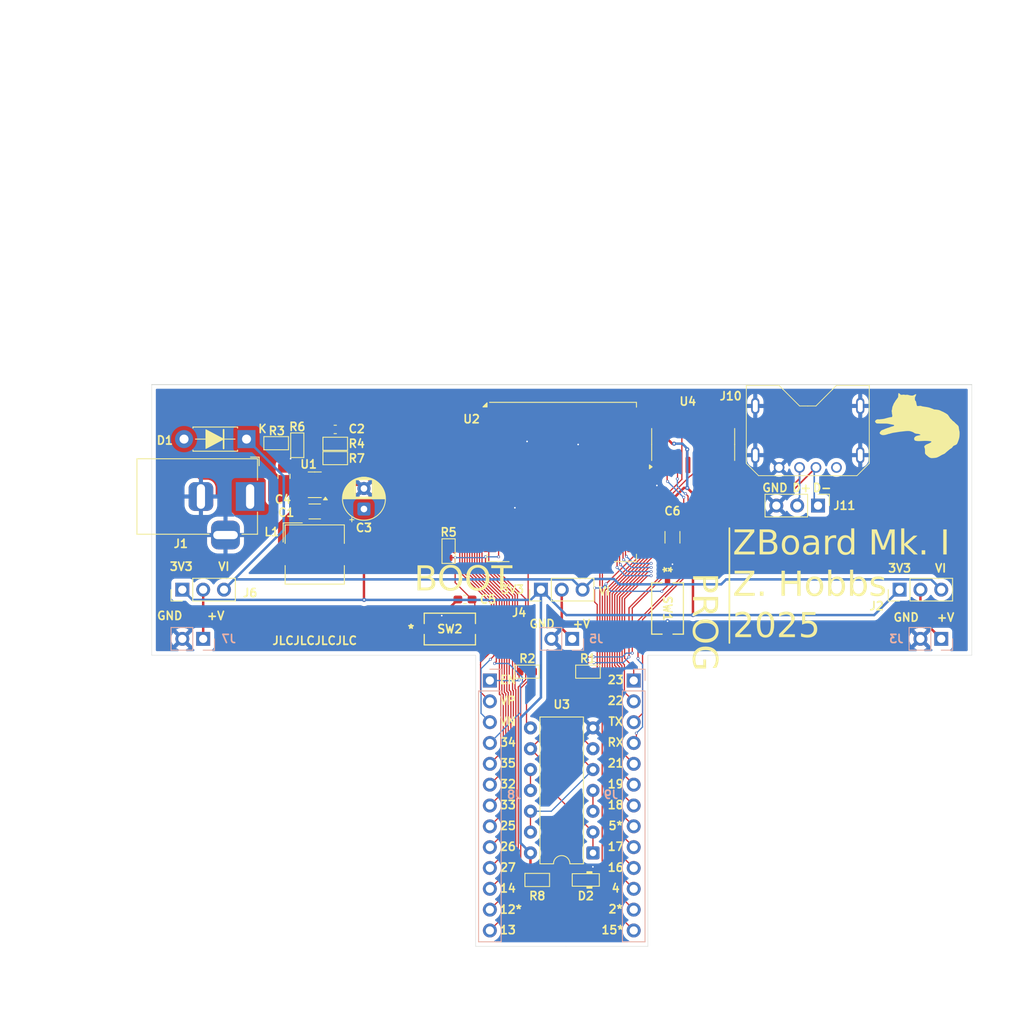
<source format=kicad_pcb>
(kicad_pcb (version 20241229) (generator "pcbnew") (generator_version "9.0")
  (layers (0 "F.Cu" signal) (2 "B.Cu" signal) (13 "F.Paste" user) (15 "B.Paste" user) (5 "F.SilkS" user "F.Silkscreen") (7 "B.SilkS" user "B.Silkscreen") (1 "F.Mask" user) (3 "B.Mask" user) (25 "Edge.Cuts" user))
  (net 0 "")
  (net 1 "Net-(U1-BS)")
  (net 2 "Net-(U1-LX)")
  (net 3 "+3V3")
  (net 4 "Net-(U1-FB)")
  (net 5 "GND")
  (net 6 "+VS")
  (net 7 "EN-P")
  (net 8 "Net-(D1-A)")
  (net 9 "Net-(D2-A)")
  (net 10 "Net-(J2-Pin_2)")
  (net 11 "Net-(J4-Pin_2)")
  (net 12 "Net-(J6-Pin_2)")
  (net 13 "IO12-P")
  (net 14 "IO14-P")
  (net 15 "VN-P")
  (net 16 "IO27-P")
  (net 17 "IO26-P")
  (net 18 "IO34-P")
  (net 19 "IO33-P")
  (net 20 "IO13-P")
  (net 21 "IO32-P")
  (net 22 "IO25-P")
  (net 23 "VP-P")
  (net 24 "IO35-P")
  (net 25 "IO16-P")
  (net 26 "IO4-P")
  (net 27 "IO21-P")
  (net 28 "IO18-P")
  (net 29 "IO19-P")
  (net 30 "RX_UART_ESP32")
  (net 31 "IO23-P")
  (net 32 "IO15-P")
  (net 33 "TX_UART_ESP32")
  (net 34 "IO5-P")
  (net 35 "IO17-P")
  (net 36 "IO2-P")
  (net 37 "IO22-P")
  (net 38 "/D+")
  (net 40 "/D-")
  (net 41 "IO0-BL")
  (net 42 "Net-(U2-IO0)")
  (net 43 "EN-BL")
  (net 44 "Net-(U1-EN)")
  (net 52 "RTS")
  (net 53 "Net-(U3-Pad3)")
  (net 54 "DTR")
  (net 55 "Net-(U3-Pad10)")
  (footprint "ZCustomFootprints:FluffGraphic2" (layer "F.Cu") (at 195.6 84.6)
    (property "Reference" "FluffGraphic2" (hide yes))
    (property "Value" "LOGO" (hide yes))
  )
  (footprint "PCM_Resistor_SMD_AKL:R_0603_1608Metric" (layer "F.Cu") (at 149.01 139.4)
    (property "Reference" "R8")
    (property "Value" "330" (hide yes))
  )
  (footprint "Connector_PinHeader_2.54mm:PinHeader_1x03_P2.54mm_Vertical" (layer "F.Cu") (at 183.25 93.75 -90)
    (property "Reference" "J11")
    (property "Value" "Conn_01x03-SERIAL")
  )
  (footprint "Capacitor_THT:CP_Radial_D5.0mm_P2.50mm" (layer "F.Cu") (at 127.88 94.167612 90)
    (property "Reference" "C3")
    (property "Value" "47u")
  )
  (footprint "PCM_Resistor_SMD_AKL:R_0603_1608Metric" (layer "F.Cu") (at 124.38 87.9625)
    (property "Reference" "R7")
    (property "Value" "22.1k" (hide yes))
  )
  (footprint "PCM_Diode_THT_AKL:D_DO-41_SOD81_P7.62mm_Horizontal" (layer "F.Cu") (at 113.56 85.6425 180)
    (property "Reference" "D1")
    (property "Value" "1N4004" (hide yes))
  )
  (footprint "PCM_Resistor_SMD_AKL:R_0603_1608Metric" (layer "F.Cu") (at 124.38 86.2125)
    (property "Reference" "R4")
    (property "Value" "100k" (hide yes))
  )
  (footprint "PCM_Resistor_SMD_AKL:R_0603_1608Metric" (layer "F.Cu") (at 119.75 86.3925 -90)
    (property "Reference" "R6")
    (property "Value" "5.1k" (hide yes))
  )
  (footprint "TS-1101-C-W:SW_101-C-W_XKB" (layer "F.Cu") (at 138.3551 108.8)
    (property "Reference" "SW2")
    (property "Value" "EN BUTTON")
  )
  (footprint "Capacitor_SMD:C_1206_3216Metric_Pad1.33x1.80mm_HandSolder" (layer "F.Cu") (at 165.5 97.615 -90)
    (property "Reference" "C6")
    (property "Value" "100n")
  )
  (footprint "Capacitor_SMD:C_0603_1608Metric_Pad1.08x0.95mm_HandSolder" (layer "F.Cu") (at 124.38 84.4625 180)
    (property "Reference" "C2")
    (property "Value" "47p")
  )
  (footprint "Package_DIP:DIP-14_W7.62mm" (layer "F.Cu") (at 155.805 136.1 180)
    (property "Reference" "U3")
    (property "Value" "74HCT00")
  )
  (footprint "Connector_BarrelJack:BarrelJack_Horizontal" (layer "F.Cu") (at 114 92.6425)
    (property "Reference" "J1")
    (property "Value" "DC_Jack")
  )
  (footprint "PCM_Resistor_SMD_AKL:R_0603_1608Metric" (layer "F.Cu") (at 155.2 114 180)
    (property "Reference" "R1")
    (property "Value" "330" (hide yes))
  )
  (footprint "Capacitor_SMD:C_0603_1608Metric_Pad1.08x0.95mm_HandSolder" (layer "F.Cu") (at 140.2 105.2 180)
    (property "Reference" "C5")
    (property "Value" "2.2u")
  )
  (footprint "Connector_PinHeader_2.54mm:PinHeader_1x03_P2.54mm_Vertical" (layer "F.Cu") (at 193.195 104 90)
    (property "Reference" "J2")
    (property "Value" "Conn_01x03_Pin-RAIL_1")
  )
  (footprint "Package_TO_SOT_SMD:SOT-23-6" (layer "F.Cu") (at 121.88 91.2125 180)
    (property "Reference" "U1")
    (property "Value" "SY8120IABC")
  )
  (footprint "ZCustomFootprints:USB-A Jing (C42576)" (layer "F.Cu") (at 182 89.1 180)
    (property "Reference" "J10")
    (property "Value" "USB_A")
  )
  (footprint "PCM_Resistor_SMD_AKL:R_0603_1608Metric" (layer "F.Cu") (at 147.75 114 180)
    (property "Reference" "R2")
    (property "Value" "330" (hide yes))
  )
  (footprint "RF_Module:ESP32-WROOM-32UE" (layer "F.Cu") (at 152 90.87)
    (property "Reference" "U2")
    (property "Value" "ESP32-WROOM-32UE")
  )
  (footprint "ZCustomFootprints:Amogus" (layer "F.Cu") (at 134 91.6)
    (property "Reference" "REF**" (hide yes))
    (property "Value" "Amogus" (hide yes))
  )
  (footprint "Connector_PinHeader_2.54mm:PinHeader_1x03_P2.54mm_Vertical" (layer "F.Cu") (at 149.46 104 90)
    (property "Reference" "J4")
    (property "Value" "Conn_01x03_Pin-RAIL_2")
  )
  (footprint "Capacitor_SMD:C_0805_2012Metric_Pad1.18x1.45mm_HandSolder" (layer "F.Cu") (at 118.13 90.18 90)
    (property "Reference" "C4")
    (property "Value" "10u")
  )
  (footprint "TS-1101-C-W:SW_101-C-W_XKB" (layer "F.Cu") (at 164.9 106.3 -90)
    (property "Reference" "SW1")
    (property "Value" "PROG BUTTON")
  )
  (footprint "Package_SO:SOP-16_3.9x9.9mm_P1.27mm" (layer "F.Cu") (at 168.025 86.3 90)
    (property "Reference" "U4")
    (property "Value" "CH340C")
  )
  (footprint "PCM_Diode_SMD_AKL:D_0603_1608Metric_Pad1.05x0.95mm_HandSolder" (layer "F.Cu") (at 154.93 139.4 180)
    (property "Reference" "D2")
    (property "Value" "LED")
  )
  (footprint "PCM_Resistor_SMD_AKL:R_0603_1608Metric" (layer "F.Cu") (at 117.175 86.1425)
    (property "Reference" "R3")
    (property "Value" "5.1k" (hide yes))
  )
  (footprint "Inductor_SMD:L_TDK_SLF7045" (layer "F.Cu") (at 121.88 99.7125)
    (property "Reference" "L1")
    (property "Value" "4.7u")
  )
  (footprint "Connector_PinHeader_2.54mm:PinHeader_1x03_P2.54mm_Vertical" (layer "F.Cu") (at 105.735 104 90)
    (property "Reference" "J6")
    (property "Value" "Conn_01x03_Pin-RAIL_3")
  )
  (footprint "PCM_Resistor_SMD_AKL:R_0603_1608Metric" (layer "F.Cu") (at 138.2 99.3 90)
    (property "Reference" "R5")
    (property "Value" "5.1k" (hide yes))
  )
  (footprint "Capacitor_SMD:C_1206_3216Metric_Pad1.33x1.80mm_HandSolder" (layer "F.Cu") (at 121.88 94.4625 180)
    (property "Reference" "C1")
    (property "Value" "100n")
  )
  (footprint "Connector_PinHeader_2.54mm:PinHeader_1x13_P2.54mm_Vertical" (layer "B.Cu") (at 143.235 115.08 180)
    (property "Reference" "J8")
    (property "Value" "Conn_01x13_Pin-LEFT")
  )
  (footprint "Connector_PinHeader_2.54mm:PinHeader_1x02_P2.54mm_Vertical" (layer "B.Cu") (at 198.275 110 90)
    (property "Reference" "J3")
    (property "Value" "Conn_01x02_Pin-RAIL_1")
  )
  (footprint "Connector_PinHeader_2.54mm:PinHeader_1x02_P2.54mm_Vertical" (layer "B.Cu") (at 108.275 110 90)
    (property "Reference" "J7")
    (property "Value" "Conn_01x02_Pin-RAIL_3")
  )
  (footprint "Connector_PinHeader_2.54mm:PinHeader_1x13_P2.54mm_Vertical" (layer "B.Cu") (at 160.775 115.08 180)
    (property "Reference" "J9")
    (property "Value" "Conn_01x13_Pin-RIGHT")
  )
  (footprint "Connector_PinHeader_2.54mm:PinHeader_1x02_P2.54mm_Vertical" (layer "B.Cu") (at 153.275 110 90)
    (property "Reference" "J5")
    (property "Value" "Conn_01x02_Pin-RAIL_2")
  )
  (gr_line (start 172.442879 96.5) (end 172.442879 110.5) (stroke (width 0.2)) (layer "F.SilkS"))
  (gr_line (start 202 112) (end 162.5 112) (stroke (width 0.05)) (layer "Edge.Cuts"))
  (gr_line (start 162.5 112) (end 162.5 147.5) (stroke (width 0.05)) (layer "Edge.Cuts"))
  (gr_line (start 102 79) (end 202 79) (stroke (width 0.1)) (layer "Edge.Cuts"))
  (gr_line (start 202 79) (end 202 112) (stroke (width 0.05)) (layer "Edge.Cuts"))
  (gr_line (start 102 79) (end 102 112) (stroke (width 0.05)) (layer "Edge.Cuts"))
  (gr_line (start 141.5 112) (end 141.5 147.5) (stroke (width 0.05)) (layer "Edge.Cuts"))
  (gr_line (start 141.5 147.5) (end 152.5 147.5) (stroke (width 0.05)) (layer "Edge.Cuts"))
  (gr_line (start 102 112) (end 141.5 112) (stroke (width 0.05)) (layer "Edge.Cuts"))
  (gr_line (start 162.5 147.5) (end 152.5 147.5) (stroke (width 0.05)) (layer "Edge.Cuts"))
  (gr_text "VI" (at 157.2 103.6 0) (layer "F.SilkS") (effects (font (size 1 1) (thickness 0.2) (bold yes)) (justify top)))
  (gr_text "VN" (at 145.435 120.083333 0) (layer "F.SilkS") (effects (font (size 1 1) (thickness 0.2) (bold yes))))
  (gr_text "19" (at 158.575 127.708333 0) (layer "F.SilkS") (effects (font (size 1 1) (thickness 0.2) (bold yes))))
  (gr_text "13" (at 145.435 145.5 0) (layer "F.SilkS") (effects (font (size 1 1) (thickness 0.2) (bold yes))))
  (gr_text "21" (at 158.575 125.166667 0) (layer "F.SilkS") (effects (font (size 1 1) (thickness 0.2) (bold yes))))
  (gr_text "GND" (at 178 91 0) (layer "F.SilkS") (effects (font (size 1 1) (thickness 0.2) (bold yes)) (justify top)))
  (gr_text "+V" (at 198.8 106.8 0) (layer "F.SilkS") (effects (font (size 1 1) (thickness 0.2) (bold yes)) (justify top)))
  (gr_text "14" (at 145.435 140.416667 0) (layer "F.SilkS") (effects (font (size 1 1) (thickness 0.2) (bold yes))))
  (gr_text "GND" (at 149.6 107.6 0) (layer "F.SilkS") (effects (font (size 1 1) (thickness 0.2) (bold yes)) (justify top)))
  (gr_text "16" (at 158.575 137.875 0) (layer "F.SilkS") (effects (font (size 1 1) (thickness 0.2) (bold yes))))
  (gr_text "4" (at 158.575 140.416667 0) (layer "F.SilkS") (effects (font (size 1 1) (thickness 0.2) (bold yes))))
  (gr_text "18" (at 158.575 130.25 0) (layer "F.SilkS") (effects (font (size 1 1) (thickness 0.2) (bold yes))))
  (gr_text "27" (at 145.435 137.875 0) (layer "F.SilkS") (effects (font (size 1 1) (thickness 0.2) (bold yes))))
  (gr_text "2*" (at 158.575 142.958333 0) (layer "F.SilkS") (effects (font (size 1 1) (thickness 0.2) (bold yes))))
  (gr_text "GND" (at 104.2 106.6 0) (layer "F.SilkS") (effects (font (size 1 1) (thickness 0.2) (bold yes)) (justify top)))
  (gr_text "3V3" (at 105.6 100.6 0) (layer "F.SilkS") (effects (font (size 1 1) (thickness 0.2) (bold yes)) (justify top)))
  (gr_text "34" (at 145.435 122.625 0) (layer "F.SilkS") (effects (font (size 1 1) (thickness 0.2) (bold yes))))
  (gr_text "5*" (at 158.575 132.791667 0) (layer "F.SilkS") (effects (font (size 1 1) (thickness 0.2) (bold yes))))
  (gr_text "TX" (at 158.575 120.083333 0) (layer "F.SilkS") (effects (font (size 1 1) (thickness 0.2) (bold yes))))
  (gr_text "3V3" (at 193.2 100.8 0) (layer "F.SilkS") (effects (font (size 1 1) (thickness 0.2) (bold yes)) (justify top)))
  (gr_text "GND" (at 194 106.8 0) (layer "F.SilkS") (effects (font (size 1 1) (thickness 0.2) (bold yes)) (justify top)))
  (gr_text "PROG" (at 167.5 101.95 270) (layer "F.SilkS") (effects (font (size 3 3) (thickness 0.375)) (justify left bottom)))
  (gr_text "+V" (at 109.8 106.6 0) (layer "F.SilkS") (effects (font (size 1 1) (thickness 0.2) (bold yes)) (justify top)))
  (gr_text "D-" (at 183.75 91 0) (layer "F.SilkS") (effects (font (size 1 1) (thickness 0.2) (bold yes)) (justify top)))
  (gr_text "23" (at 158.575 115 0) (layer "F.SilkS") (effects (font (size 1 1) (thickness 0.2) (bold yes))))
  (gr_text "25" (at 145.435 132.791667 0) (layer "F.SilkS") (effects (font (size 1 1) (thickness 0.2) (bold yes))))
  (gr_text "VI" (at 198.2 100.8 0) (layer "F.SilkS") (effects (font (size 1 1) (thickness 0.2) (bold yes)) (justify top)))
  (gr_text "17" (at 158.575 135.333333 0) (layer "F.SilkS") (effects (font (size 1 1) (thickness 0.2) (bold yes))))
  (gr_text "EN" (at 145.435 115 0) (layer "F.SilkS") (effects (font (size 1 1) (thickness 0.2) (bold yes))))
  (gr_text "22" (at 158.575 117.541667 0) (layer "F.SilkS") (effects (font (size 1 1) (thickness 0.2) (bold yes))))
  (gr_text "+V" (at 154.4 107.6 0) (layer "F.SilkS") (effects (font (size 1 1) (thickness 0.2) (bold yes)) (justify top)))
  (gr_text "ZBoard Mk. I\nZ. Hobbs\n2025" (at 172.842879 110.3 0) (layer "F.SilkS") (effects (font (size 3 3) (thickness 0.375)) (justify left bottom)))
  (gr_text "JLCJLCJLCJLC" (at 116.6 110.8 0) (layer "F.SilkS") (effects (font (size 1 1) (thickness 0.2) (bold yes)) (justify left bottom)))
  (gr_text "VI" (at 110.8 100.6 0) (layer "F.SilkS") (effects (font (size 1 1) (thickness 0.2) (bold yes)) (justify top)))
  (gr_text "32" (at 145.435 127.708333 0) (layer "F.SilkS") (effects (font (size 1 1) (thickness 0.2) (bold yes))))
  (gr_text "26" (at 145.435 135.333333 0) (layer "F.SilkS") (effects (font (size 1 1) (thickness 0.2) (bold yes))))
  (gr_text "RX" (at 158.575 122.625 0) (layer "F.SilkS") (effects (font (size 1 1) (thickness 0.2) (bold yes))))
  (gr_text "3V3" (at 146 103.4 0) (layer "F.SilkS") (effects (font (size 1 1) (thickness 0.2) (bold yes)) (justify top)))
  (gr_text "35" (at 145.435 125.166667 0) (layer "F.SilkS") (effects (font (size 1 1) (thickness 0.2) (bold yes))))
  (gr_text "15*" (at 158.2 145.5 0) (layer "F.SilkS") (effects (font (size 1 1) (thickness 0.2) (bold yes))))
  (gr_text "BOOT" (at 134 104.6 0) (layer "F.SilkS") (effects (font (size 3 3) (thickness 0.375)) (justify left bottom)))
  (gr_text "33" (at 145.435 130.25 0) (layer "F.SilkS") (effects (font (size 1 1) (thickness 0.2) (bold yes))))
  (gr_text "D+" (at 181.25 91 0) (layer "F.SilkS") (effects (font (size 1 1) (thickness 0.2) (bold yes)) (justify top)))
  (gr_text "12*" (at 145.8 143 0) (layer "F.SilkS") (effects (font (size 1 1) (thickness 0.2) (bold yes))))
  (gr_text "VP" (at 145.435 117.541667 0) (layer "F.SilkS") (effects (font (size 1 1) (thickness 0.2) (bold yes))))
  (segment (start 123.4425 92.5875) (end 123.4425 94.4625) (width 0.15) (layer "F.Cu") (net 1))
  (segment (start 123.0175 92.1625) (end 123.4425 92.5875) (width 0.15) (layer "F.Cu") (net 1))
  (segment (start 127.88 105.231) (end 127.9 105.251) (width 0.3) (layer "F.Cu") (net 3))
  (segment (start 127.88 94.167612) (end 127.88 105.231) (width 0.3) (layer "F.Cu") (net 3))
  (segment (start 165.466612 86.2) (end 165.7 86.2) (width 0.3) (layer "F.Cu") (net 3))
  (segment (start 167.3 88.71) (end 167.39 88.8) (width 0.3) (layer "F.Cu") (net 3))
  (segment (start 163.58 83.8) (end 163.58 84.313388) (width 0.3) (layer "F.Cu") (net 3))
  (segment (start 167.3 86.9) (end 167.3 88.71) (width 0.3) (layer "F.Cu") (net 3))
  (segment (start 166.886666 91.6) (end 167.3 91.6) (width 0.3) (layer "F.Cu") (net 3))
  (segment (start 165.5 92.986666) (end 166.886666 91.6) (width 0.3) (layer "F.Cu") (net 3))
  (segment (start 168 92.3) (end 168 107.099) (width 0.3) (layer "F.Cu") (net 3))
  (segment (start 165.5 96.0525) (end 165.5 92.986666) (width 0.3) (layer "F.Cu") (net 3))
  (segment (start 148.185 136.1) (end 148.185 139.4) (width 0.3) (layer "F.Cu") (net 3))
  (segment (start 167.3 91.6) (end 168 92.3) (width 0.3) (layer "F.Cu") (net 3))
  (segment (start 163.58 84.313388) (end 165.466612 86.2) (width 0.3) (layer "F.Cu") (net 3))
  (via (at 167.3 86.9) (size 0.5) (drill 0.2) (layers "F.Cu" "B.Cu") (net 3))
  (via (at 167.3 91.6) (size 0.5) (drill 0.2) (layers "F.Cu" "B.Cu") (net 3))
  (via (at 165.7 86.2) (size 0.5) (drill 0.2) (layers "F.Cu" "B.Cu") (net 3))
  (via (at 127.9 105.251) (size 0.5) (drill 0.2) (layers "F.Cu" "B.Cu") (net 3))
  (via (at 168 107.099) (size 0.5) (drill 0.2) (layers "F.Cu" "B.Cu") (net 3))
  (segment (start 146.984 119.624166) (end 149.46 117.148166) (width 0.3) (layer "B.Cu") (net 3))
  (segment (start 149.46 117.148166) (end 149.46 104) (width 0.3) (layer "B.Cu") (net 3))
  (segment (start 168 107.099) (end 190.096 107.099) (width 0.3) (layer "B.Cu") (net 3))
  (segment (start 105.735 104) (end 106.986 105.251) (width 0.3) (layer "B.Cu") (net 3))
  (segment (start 167.3 86.8) (end 167.3 86.9) (width 0.3) (layer "B.Cu") (net 3))
  (segment (start 127.9 105.251) (end 148.209 105.251) (width 0.3) (layer "B.Cu") (net 3))
  (segment (start 165.7 86.2) (end 166.7 86.2) (width 0.3) (layer "B.Cu") (net 3))
  (segment (start 167.3 86.9) (end 167.3 91.6) (width 0.3) (layer "B.Cu") (net 3))
  (segment (start 106.986 105.251) (end 127.9 105.251) (width 0.3) (layer "B.Cu") (net 3))
  (segment (start 148.185 136.1) (end 146.984 134.899) (width 0.3) (layer "B.Cu") (net 3))
  (segment (start 148.209 105.251) (end 149.46 104) (width 0.3) (layer "B.Cu") (net 3))
  (segment (start 149.46 104) (end 152.559 107.099) (width 0.3) (layer "B.Cu") (net 3))
  (segment (start 166.7 86.2) (end 167.3 86.8) (width 0.3) (layer "B.Cu") (net 3))
  (segment (start 152.559 107.099) (end 168 107.099) (width 0.3) (layer "B.Cu") (net 3))
  (segment (start 190.096 107.099) (end 193.195 104) (width 0.3) (layer "B.Cu") (net 3))
  (segment (start 146.984 134.899) (end 146.984 119.624166) (width 0.3) (layer "B.Cu") (net 3))
  (segment (start 123.5175 84.4625) (end 123.5175 86.175) (width 0.15) (layer "F.Cu") (net 4))
  (segment (start 123.555 89.725) (end 123.0175 90.2625) (width 0.15) (layer "F.Cu") (net 4))
  (segment (start 123.555 87.9625) (end 123.555 89.725) (width 0.15) (layer "F.Cu") (net 4))
  (segment (start 123.5175 86.175) (end 123.555 86.2125) (width 0.15) (layer "F.Cu") (net 4))
  (segment (start 123.555 86.2125) (end 123.555 87.9625) (width 0.15) (layer "F.Cu") (net 4))
  (segment (start 164.9 107.85) (end 164.9 109.9449) (width 0.3) (layer "F.Cu") (net 5))
  (segment (start 154 86.3) (end 151.9 88.4) (width 0.3) (layer "F.Cu") (net 5))
  (segment (start 118.93375 88.03375) (end 119.75 87.2175) (width 0.3) (layer "F.Cu") (net 5))
  (segment (start 149.1 87.26) (end 147.77 85.93) (width 0.3) (layer "F.Cu") (net 5))
  (segment (start 163.58 91.28) (end 163.6 91.3) (width 0.3) (layer "F.Cu") (net 5))
  (segment (start 125.205 88.992612) (end 127.88 91.667612) (width 0.3) (layer "F.Cu") (net 5))
  (segment (start 143.25 82.46) (end 144.3 82.46) (width 0.3) (layer "F.Cu") (net 5))
  (segment (start 127.424888 91.2125) (end 127.88 91.667612) (width 0.3) (layer "F.Cu") (net 5))
  (segment (start 155.805 137.805) (end 155.8 137.8) (width 0.3) (layer "F.Cu") (net 5))
  (segment (start 137.26875 107.26875) (end 137.36875 107.16875) (width 0.3) (layer "F.Cu") (net 5))
  (segment (start 149.1 88.4) (end 149.1 87.26) (width 0.3) (layer "F.Cu") (net 5))
  (segment (start 157.84 82.46) (end 154 86.3) (width 0.3) (layer "F.Cu") (net 5))
  (segment (start 165.5 99.1775) (end 165.5 100.9) (width 0.3) (layer "F.Cu") (net 5))
  (segment (start 155.805 139.4) (end 155.805 137.805) (width 0.3) (layer "F.Cu") (net 5))
  (segment (start 146.285 100.22) (end 146.285 94.015) (width 0.3) (layer "F.Cu") (net 5))
  (segment (start 144.3 82.46) (end 147.77 85.93) (width 0.3) (layer "F.Cu") (net 5))
  (segment (start 125.205 87.9625) (end 125.205 88.992612) (width 0.3) (layer "F.Cu") (net 5))
  (segment (start 134.7102 108.8) (end 135.7375 108.8) (width 0.3) (layer "F.Cu") (net 5))
  (segment (start 163.58 88.8) (end 163.58 91.28) (width 0.3) (layer "F.Cu") (net 5))
  (segment (start 135.7375 108.8) (end 137.26875 107.26875) (width 0.3) (layer "F.Cu") (net 5))
  (segment (start 137.36875 107.16875) (end 139.3375 105.2) (width 0.3) (layer "F.Cu") (net 5))
  (segment (start 123.0175 91.2125) (end 127.424888 91.2125) (width 0.3) (layer "F.Cu") (net 5))
  (segment (start 146.285 94.015) (end 149.1 91.2) (width 0.3) (layer "F.Cu") (net 5))
  (segment (start 118.13 89.1425) (end 118.13 88.8375) (width 0.3) (layer "F.Cu") (net 5))
  (segment (start 160.75 82.46) (end 157.84 82.46) (width 0.3) (layer "F.Cu") (net 5))
  (segment (start 118.13 88.8375) (end 118.93375 88.03375) (width 0.3) (layer "F.Cu") (net 5))
  (via (at 155.8 137.8) (size 0.5) (drill 0.2) (layers "F.Cu" "B.Cu") (net 5))
  (via (at 147.77 85.93) (size 0.5) (drill 0.2) (layers "F.Cu" "B.Cu") (net 5))
  (via (at 165.5 100.9) (size 0.5) (drill 0.2) (layers "F.Cu" "B.Cu") (net 5))
  (via (at 146.285 94.015) (size 0.5) (drill 0.2) (layers "F.Cu" "B.Cu") (net 5))
  (via (at 118.93375 88.03375) (size 0.5) (drill 0.2) (layers "F.Cu" "B.Cu") (net 5))
  (via (at 164.9 107.85) (size 0.5) (drill 0.2) (layers "F.Cu" "B.Cu") (net 5))
  (via (at 154 86.3) (size 0.5) (drill 0.2) (layers "F.Cu" "B.Cu") (net 5))
  (via (at 163.6 91.3) (size 0.5) (drill 0.2) (layers "F.Cu" "B.Cu") (net 5))
  (via (at 137.36875 107.16875) (size 0.5) (drill 0.2) (layers "F.Cu" "B.Cu") (net 5))
  (segment (start 114.06 86.1425) (end 113.56 85.6425) (width 0.3) (layer "F.Cu") (net 6))
  (segment (start 118.135 91.2125) (end 118.13 91.2175) (width 0.3) (layer "F.Cu") (net 6))
  (segment (start 153.289 102.749) (end 154.54 104) (width 0.3) (layer "B.Cu") (net 6))
  (segment (start 155.84 102.7) (end 158.35 102.7) (width 0.3) (layer "B.Cu") (net 6))
  (segment (start 197.024 102.749) (end 198.275 104) (width 0.3) (layer "B.Cu") (net 6))
  (segment (start 110.815 104) (end 112.066 102.749) (width 0.3) (layer "B.Cu") (net 6))
  (segment (start 159 103.35) (end 171.449 103.35) (width 0.3) (layer "B.Cu") (net 6))
  (segment (start 172.05 102.749) (end 197.024 102.749) (width 0.3) (layer "B.Cu") (net 6))
  (segment (start 118.1 90.1825) (end 113.56 85.6425) (width 0.3) (layer "B.Cu") (net 6))
  (segment (start 158.35 102.7) (end 159 103.35) (width 0.3) (layer "B.Cu") (net 6))
  (segment (start 154.54 104) (end 155.84 102.7) (width 0.3) (layer "B.Cu") (net 6))
  (segment (start 118.1 96.715) (end 118.1 90.1825) (width 0.3) (layer "B.Cu") (net 6))
  (segment (start 110.815 104) (end 118.1 96.715) (width 0.3) (layer "B.Cu") (net 6))
  (segment (start 112.066 102.749) (end 153.289 102.749) (width 0.3) (layer "B.Cu") (net 6))
  (segment (start 171.449 103.35) (end 172.05 102.749) (width 0.3) (layer "B.Cu") (net 6))
  (segment (start 139 103.1375) (end 141.0625 105.2) (width 0.15) (layer "F.Cu") (net 7))
  (segment (start 146.6 104.552644) (end 146.6 113.6) (width 0.15) (layer "F.Cu") (net 7))
  (segment (start 146.925 113.925) (end 146.925 114) (width 0.15) (layer "F.Cu") (net 7))
  (segment (start 138.325 100.1) (end 139 100.1) (width 0.15) (layer "F.Cu") (net 7))
  (segment (start 146.8 115) (end 146.8 114.125) (width 0.15) (layer "F.Cu") (net 7))
  (segment (start 143.632 85) (end 143.25 85) (width 0.15) (layer "F.Cu") (net 7))
  (segment (start 142.7 100) (end 142.7 100.652644) (width 0.15) (layer "F.Cu") (net 7))
  (segment (start 141.4 105.5375) (end 141.4 108.2) (width 0.15) (layer "F.Cu") (net 7))
  (segment (start 146.6 113.6) (end 146.925 113.925) (width 0.15) (layer "F.Cu") (net 7))
  (segment (start 141.4 108.2) (end 142 108.8) (width 0.15) (layer "F.Cu") (net 7))
  (segment (start 142.7 100.652644) (end 146.6 104.552644) (width 0.15) (layer "F.Cu") (net 7))
  (segment (start 141.0625 105.2) (end 141.4 105.5375) (width 0.15) (layer "F.Cu") (net 7))
  (segment (start 144.3 100) (end 144.3 85.668) (width 0.15) (layer "F.Cu") (net 7))
  (segment (start 146.8 114.125) (end 146.925 114) (width 0.15) (layer "F.Cu") (net 7))
  (segment (start 139 100.1) (end 139 103.1375) (width 0.15) (layer "F.Cu") (net 7))
  (segment (start 144.3 85.668) (end 143.632 85) (width 0.15) (layer "F.Cu") (net 7))
  (via (at 146.8 115) (size 0.35) (drill 0.2) (layers "F.Cu" "B.Cu") (net 7))
  (via (at 144.3 100) (size 0.35) (drill 0.2) (layers "F.Cu" "B.Cu") (net 7))
  (via (at 139 100.1) (size 0.35) (drill 0.2) (layers "F.Cu" "B.Cu") (net 7))
  (via (at 142.7 100) (size 0.35) (drill 0.2) (layers "F.Cu" "B.Cu") (net 7))
  (segment (start 145.08 115.08) (end 145.1 115.1) (width 0.15) (layer "B.Cu") (net 7))
  (segment (start 146.7 115.1) (end 146.8 115) (width 0.15) (layer "B.Cu") (net 7))
  (segment (start 142.7 100) (end 142.6 100.1) (width 0.15) (layer "B.Cu") (net 7))
  (segment (start 143.235 115.08) (end 145.08 115.08) (width 0.15) (layer "B.Cu") (net 7))
  (segment (start 145.1 115.1) (end 146.7 115.1) (width 0.15) (layer "B.Cu") (net 7))
  (segment (start 142.6 100.1) (end 139 100.1) (width 0.15) (layer "B.Cu") (net 7))
  (segment (start 142.7 100) (end 144.3 100) (width 0.15) (layer "B.Cu") (net 7))
  (segment (start 154.055 139.4) (end 149.835 139.4) (width 0.15) (layer "F.Cu") (net 9))
  (segment (start 195.735 104) (end 195.735 107.46) (width 0.3) (layer "F.Cu") (net 10))
  (segment (start 195.735 107.46) (end 198.275 110) (width 0.3) (layer "F.Cu") (net 10))
  (segment (start 153.275 110) (end 152 108.725) (width 0.3) (layer "F.Cu") (net 11))
  (segment (start 152 108.725) (end 152 104) (width 0.3) (layer "F.Cu") (net 11))
  (segment (start 108.275 104) (end 108.275 110) (width 0.3) (layer "F.Cu") (net 12))
  (segment (start 147.599 105.125966) (end 147.599 114.975322) (width 0.15) (layer "F.Cu") (net 13))
  (segment (start 147.599 114.975322) (end 146.699 115.875322) (width 0.15) (layer "F.Cu") (net 13))
  (segment (start 143.25 98.97) (end 143.1 99.12) (width 0.15) (layer "F.Cu") (net 13))
  (segment (start 146.699 139.556) (end 143.235 143.02) (width 0.15) (layer "F.Cu") (net 13))
  (segment (start 143.1 99.12) (end 143.1 100.626966) (width 0.15) (layer "F.Cu") (net 13))
  (segment (start 143.1 100.626966) (end 147.599 105.125966) (width 0.15) (layer "F.Cu") (net 13))
  (segment (start 146.699 115.875322) (end 146.699 139.556) (width 0.15) (layer "F.Cu") (net 13))
  (segment (start 146.299 104.677322) (end 146.299 116.101) (width 0.15) (layer "F.Cu") (net 14))
  (segment (start 143.25 97.7) (end 142.868 97.7) (width 0.15) (layer "F.Cu") (net 14))
  (segment (start 146.299 116.101) (end 146.398 116.2) (width 0.15) (layer "F.Cu") (net 14))
  (segment (start 142.868 97.7) (end 142.274 98.294) (width 0.15) (layer "F.Cu") (net 14))
  (segment (start 146.398 116.2) (end 146.398 137.317) (width 0.15) (layer "F.Cu") (net 14))
  (segment (start 142.274 100.652322) (end 146.299 104.677322) (width 0.15) (layer "F.Cu") (net 14))
  (segment (start 146.398 137.317) (end 143.235 140.48) (width 0.15) (layer "F.Cu") (net 14))
  (segment (start 142.274 98.294) (end 142.274 100.652322) (width 0.15) (layer "F.Cu") (net 14))
  (segment (start 139.866 89.779678) (end 142.105678 87.54) (width 0.15) (layer "F.Cu") (net 15))
  (segment (start 143.72 105.575356) (end 139.866 101.721356) (width 0.15) (layer "F.Cu") (net 15))
  (segment (start 143.72 112.08) (end 143.72 105.575356) (width 0.15) (layer "F.Cu") (net 15))
  (segment (start 143.3 112.5) (end 143.72 112.08) (width 0.15) (layer "F.Cu") (net 15))
  (segment (start 139.866 101.721356) (end 139.866 89.779678) (width 0.15) (layer "F.Cu") (net 15))
  (segment (start 142.105678 87.54) (end 143.25 87.54) (width 0.15) (layer "F.Cu") (net 15))
  (via (at 143.3 112.5) (size 0.35) (drill 0.2) (layers "F.Cu" "B.Cu") (net 15))
  (segment (start 142.159 113.641) (end 142.159 119.084) (width 0.15) (layer "B.Cu") (net 15))
  (segment (start 142.159 119.084) (end 143.235 120.16) (width 0.15) (layer "B.Cu") (net 15))
  (segment (start 143.3 112.5) (end 142.159 113.641) (width 0.15) (layer "B.Cu") (net 15))
  (segment (start 146.097 116.324678) (end 146.097 135.078) (width 0.15) (layer "F.Cu") (net 16))
  (segment (start 146.097 135.078) (end 143.235 137.94) (width 0.15) (layer "F.Cu") (net 16))
  (segment (start 141.973 97.325) (end 141.973 100.777) (width 0.15) (layer "F.Cu") (net 16))
  (segment (start 143.25 96.43) (end 142.868 96.43) (width 0.15) (layer "F.Cu") (net 16))
  (segment (start 145.998 116.225678) (end 146.097 116.324678) (width 0.15) (layer "F.Cu") (net 16))
  (segment (start 142.868 96.43) (end 141.973 97.325) (width 0.15) (layer "F.Cu") (net 16))
  (segment (start 141.973 100.777) (end 145.998 104.802) (width 0.15) (layer "F.Cu") (net 16))
  (segment (start 145.998 104.802) (end 145.998 116.225678) (width 0.15) (layer "F.Cu") (net 16))
  (segment (start 141.672 96.356) (end 141.672 100.972) (width 0.15) (layer "F.Cu") (net 17))
  (segment (start 145.6 104.9) (end 145.6 116.253356) (width 0.15) (layer "F.Cu") (net 17))
  (segment (start 145.796 132.839) (end 143.235 135.4) (width 0.15) (layer "F.Cu") (net 17))
  (segment (start 141.672 100.972) (end 145.6 104.9) (width 0.15) (layer "F.Cu") (net 17))
  (segment (start 145.796 116.449356) (end 145.796 132.839) (width 0.15) (layer "F.Cu") (net 17))
  (segment (start 142.868 95.16) (end 141.672 96.356) (width 0.15) (layer "F.Cu") (net 17))
  (segment (start 143.25 95.16) (end 142.868 95.16) (width 0.15) (layer "F.Cu") (net 17))
  (segment (start 145.6 116.253356) (end 145.796 116.449356) (width 0.15) (layer "F.Cu") (net 17))
  (segment (start 144.021 112.779) (end 144.021 105.450678) (width 0.15) (layer "F.Cu") (net 18))
  (segment (start 143.8 113) (end 144.021 112.779) (width 0.15) (layer "F.Cu") (net 18))
  (segment (start 140.167 101.596678) (end 140.167 91.511) (width 0.15) (layer "F.Cu") (net 18))
  (segment (start 144.021 105.450678) (end 140.167 101.596678) (width 0.15) (layer "F.Cu") (net 18))
  (segment (start 140.167 91.511) (end 142.868 88.81) (width 0.15) (layer "F.Cu") (net 18))
  (segment (start 142.868 88.81) (end 143.25 88.81) (width 0.15) (layer "F.Cu") (net 18))
  (via (at 143.8 113) (size 0.35) (drill 0.2) (layers "F.Cu" "B.Cu") (net 18))
  (segment (start 143.8 113) (end 145.5 113) (width 0.15) (layer "B.Cu") (net 18))
  (segment (start 146.955745 115.544255) (end 146.955745 118.979255) (width 0.15) (layer "B.Cu") (net 18))
  (segment (start 146.955745 118.979255) (end 143.235 122.7) (width 0.15) (layer "B.Cu") (net 18))
  (segment (start 147.2 115.3) (end 146.955745 115.544255) (width 0.15) (layer "B.Cu") (net 18))
  (segment (start 145.5 113) (end 147.2 114.7) (width 0.15) (layer "B.Cu") (net 18))
  (segment (start 147.2 114.7) (end 147.2 115.3) (width 0.15) (layer "B.Cu") (net 18))
  (segment (start 145.174322 116.679034) (end 145.174322 128.380678) (width 0.15) (layer "F.Cu") (net 19))
  (segment (start 144.998 105.149356) (end 144.998 116.502712) (width 0.15) (layer "F.Cu") (net 19))
  (segment (start 141.07 94.418) (end 141.07 101.221356) (width 0.15) (layer "F.Cu") (net 19))
  (segment (start 142.868 92.62) (end 141.07 94.418) (width 0.15) (layer "F.Cu") (net 19))
  (segment (start 144.998 116.502712) (end 145.174322 116.679034) (width 0.15) (layer "F.Cu") (net 19))
  (segment (start 141.07 101.221356) (end 144.998 105.149356) (width 0.15) (layer "F.Cu") (net 19))
  (segment (start 145.174322 128.380678) (end 143.235 130.32) (width 0.15) (layer "F.Cu") (net 19))
  (segment (start 143.25 92.62) (end 142.868 92.62) (width 0.15) (layer "F.Cu") (net 19))
  (segment (start 147.555 100.22) (end 147.9 100.565) (width 0.15) (layer "F.Cu") (net 20))
  (segment (start 147.9 115.1) (end 147 116) (width 0.15) (layer "F.Cu") (net 20))
  (segment (start 147 141.795) (end 143.235 145.56) (width 0.15) (layer "F.Cu") (net 20))
  (segment (start 147.9 100.565) (end 147.9 115.1) (width 0.15) (layer "F.Cu") (net 20))
  (segment (start 147 116) (end 147 141.795) (width 0.15) (layer "F.Cu") (net 20))
  (segment (start 142.868 91.35) (end 140.769 93.449) (width 0.15) (layer "F.Cu") (net 21))
  (segment (start 144.873322 126.141678) (end 143.235 127.78) (width 0.15) (layer "F.Cu") (net 21))
  (segment (start 144.873322 116.803712) (end 144.873322 126.141678) (width 0.15) (layer "F.Cu") (net 21))
  (segment (start 143.25 91.35) (end 142.868 91.35) (width 0.15) (layer "F.Cu") (net 21))
  (segment (start 144.697 105.274034) (end 144.697 116.62739) (width 0.15) (layer "F.Cu") (net 21))
  (segment (start 140.769 101.346034) (end 144.697 105.274034) (width 0.15) (layer "F.Cu") (net 21))
  (segment (start 140.769 93.449) (end 140.769 101.346034) (width 0.15) (layer "F.Cu") (net 21))
  (segment (start 144.697 116.62739) (end 144.873322 116.803712) (width 0.15) (layer "F.Cu") (net 21))
  (segment (start 141.371 101.096678) (end 145.299 105.024678) (width 0.15) (layer "F.Cu") (net 22))
  (segment (start 143.25 93.89) (end 142.868 93.89) (width 0.15) (layer "F.Cu") (net 22))
  (segment (start 145.475322 116.554356) (end 145.475322 130.619678) (width 0.15) (layer "F.Cu") (net 22))
  (segment (start 145.299 105.024678) (end 145.299 116.378034) (width 0.15) (layer "F.Cu") (net 22))
  (segment (start 141.371 95.387) (end 141.371 101.096678) (width 0.15) (layer "F.Cu") (net 22))
  (segment (start 145.299 116.378034) (end 145.475322 116.554356) (width 0.15) (layer "F.Cu") (net 22))
  (segment (start 142.868 93.89) (end 141.371 95.387) (width 0.15) (layer "F.Cu") (net 22))
  (segment (start 145.475322 130.619678) (end 143.235 132.86) (width 0.15) (layer "F.Cu") (net 22))
  (segment (start 142.099 113.155745) (end 142.1 113.156745) (width 0.15) (layer "F.Cu") (net 23))
  (segment (start 143.419 105.700034) (end 143.419 111.524255) (width 0.15) (layer "F.Cu") (net 23))
  (segment (start 142.274 86.946) (end 139.565 89.655) (width 0.15) (layer "F.Cu") (net 23))
  (segment (start 142.1 116.485) (end 143.235 117.62) (width 0.15) (layer "F.Cu") (net 23))
  (segment (start 139.565 89.655) (end 139.565 101.846034) (width 0.15) (layer "F.Cu") (net 23))
  (segment (start 142.274 86.864) (end 142.274 86.946) (width 0.15) (layer "F.Cu") (net 23))
  (segment (start 139.565 101.846034) (end 143.419 105.700034) (width 0.15) (layer "F.Cu") (net 23))
  (segment (start 142.1 113.156745) (end 142.1 116.485) (width 0.15) (layer "F.Cu") (net 23))
  (segment (start 143.419 111.524255) (end 142.099 112.844255) (width 0.15) (layer "F.Cu") (net 23))
  (segment (start 142.356 86.864) (end 142.274 86.864) (width 0.15) (layer "F.Cu") (net 23))
  (segment (start 142.95 86.27) (end 142.356 86.864) (width 0.15) (layer "F.Cu") (net 23))
  (segment (start 143.25 86.27) (end 142.95 86.27) (width 0.15) (layer "F.Cu") (net 23))
  (segment (start 142.099 112.844255) (end 142.099 113.155745) (width 0.15) (layer "F.Cu") (net 23))
  (segment (start 143.25 90.08) (end 142.868 90.08) (width 0.15) (layer "F.Cu") (net 24))
  (segment (start 140.468 92.48) (end 140.468 101.472) (width 0.15) (layer "F.Cu") (net 24))
  (segment (start 144.396 105.4) (end 144.396 116.752068) (width 0.15) (layer "F.Cu") (net 24))
  (segment (start 142.868 90.08) (end 140.468 92.48) (width 0.15) (layer "F.Cu") (net 24))
  (segment (start 144.572322 116.92839) (end 144.572322 123.902678) (width 0.15) (layer "F.Cu") (net 24))
  (segment (start 144.572322 123.902678) (end 143.235 125.24) (width 0.15) (layer "F.Cu") (net 24))
  (segment (start 140.468 101.472) (end 144.396 105.4) (width 0.15) (layer "F.Cu") (net 24))
  (segment (start 144.396 116.752068) (end 144.572322 116.92839) (width 0.15) (layer "F.Cu") (net 24))
  (segment (start 157.834 134.999) (end 160.775 137.94) (width 0.15) (layer "F.Cu") (net 25))
  (segment (start 157.554 104.243678) (end 157.554 113.625966) (width 0.15) (layer "F.Cu") (net 25))
  (segment (start 157.834 113.905966) (end 157.834 134.999) (width 0.15) (layer "F.Cu") (net 25))
  (segment (start 160.75 96.43) (end 161.132 96.43) (width 0.15) (layer "F.Cu") (net 25))
  (segment (start 162.027 99.770678) (end 157.554 104.243678) (width 0.15) (layer "F.Cu") (net 25))
  (segment (start 157.554 113.625966) (end 157.834 113.905966) (width 0.15) (layer "F.Cu") (net 25))
  (segment (start 162.027 97.325) (end 162.027 99.770678) (width 0.15) (layer "F.Cu") (net 25))
  (segment (start 161.132 96.43) (end 162.027 97.325) (width 0.15) (layer "F.Cu") (net 25))
  (segment (start 161.726 98.294) (end 161.726 99.646) (width 0.15) (layer "F.Cu") (net 26))
  (segment (start 157.253 104.119) (end 157.253 113.750644) (width 0.15) (layer "F.Cu") (net 26))
  (segment (start 160.75 97.7) (end 161.132 97.7) (width 0.15) (layer "F.Cu") (net 26))
  (segment (start 157.533 114.030644) (end 157.533 137.238) (width 0.15) (layer "F.Cu") (net 26))
  (segment (start 161.132 97.7) (end 161.726 98.294) (width 0.15) (layer "F.Cu") (net 26))
  (segment (start 157.533 137.238) (end 160.775 140.48) (width 0.15) (layer "F.Cu") (net 26))
  (segment (start 161.726 99.646) (end 157.253 104.119) (width 0.15) (layer "F.Cu") (net 26))
  (segment (start 157.253 113.750644) (end 157.533 114.030644) (width 0.15) (layer "F.Cu") (net 26))
  (segment (start 159.55 100.35) (end 159.473 100.273) (width 0.15) (layer "F.Cu") (net 27))
  (segment (start 159.473 89.705) (end 160.368 88.81) (width 0.15) (layer "F.Cu") (net 27))
  (segment (start 159.059 113.002576) (end 159.339 113.282576) (width 0.15) (layer "F.Cu") (net 27))
  (segment (start 160.368 88.81) (end 160.75 88.81) (width 0.15) (layer "F.Cu") (net 27))
  (segment (start 159.473 100.273) (end 159.473 89.705) (width 0.15) (layer "F.Cu") (net 27))
  (segment (start 159.339 113.282576) (end 159.339 123.804) (width 0.15) (layer "F.Cu") (net 27))
  (segment (start 159.339 123.804) (end 160.775 125.24) (width 0.15) (layer "F.Cu") (net 27))
  (segment (start 159.059 104.867068) (end 162.626068 101.3) (width 0.15) (layer "F.Cu") (net 27))
  (segment (start 162.626068 101.3) (end 162.897161 101.3) (width 0.15) (layer "F.Cu") (net 27))
  (segment (start 159.059 104.867068) (end 159.059 113.002576) (width 0.15) (layer "F.Cu") (net 27))
  (via (at 162.897161 101.3) (size 0.35) (drill 0.2) (layers "F.Cu" "B.Cu") (net 27))
  (via (at 159.55 100.35) (size 0.35) (drill 0.2) (layers "F.Cu" "B.Cu") (net 27))
  (segment (start 162.897161 101.3) (end 160.5 101.3) (width 0.15) (layer "B.Cu") (net 27))
  (segment (start 160.5 101.3) (end 159.55 100.35) (width 0.15) (layer "B.Cu") (net 27))
  (segment (start 158.737 128.282) (end 160.775 130.32) (width 0.15) (layer "F.Cu") (net 28))
  (segment (start 158.737 113.531932) (end 158.737 128.282) (width 0.15) (layer "F.Cu") (net 28))
  (segment (start 158.457 104.617712) (end 158.457 113.251932) (width 0.15) (layer "F.Cu") (net 28))
  (segment (start 162.93 94.418) (end 162.93 100.144712) (width 0.15) (layer "F.Cu") (net 28))
  (segment (start 161.132 92.62) (end 162.93 94.418) (width 0.15) (layer "F.Cu") (net 28))
  (segment (start 160.75 92.62) (end 161.132 92.62) (width 0.15) (layer "F.Cu") (net 28))
  (segment (start 158.457 113.251932) (end 158.737 113.531932) (width 0.15) (layer "F.Cu") (net 28))
  (segment (start 162.93 100.144712) (end 158.457 104.617712) (width 0.15) (layer "F.Cu") (net 28))
  (segment (start 159.774 91.944) (end 160.368 91.35) (width 0.15) (layer "F.Cu") (net 29))
  (segment (start 160.368 91.35) (end 160.75 91.35) (width 0.15) (layer "F.Cu") (net 29))
  (segment (start 158.758 104.74239) (end 158.758 113.127254) (width 0.15) (layer "F.Cu") (net 29))
  (segment (start 159.038 113.407254) (end 159.038 126.043) (width 0.15) (layer "F.Cu") (net 29))
  (segment (start 159.038 126.043) (end 160.775 127.78) (width 0.15) (layer "F.Cu") (net 29))
  (segment (start 158.758 113.127254) (end 159.038 113.407254) (width 0.15) (layer "F.Cu") (net 29))
  (segment (start 159.9 99.95) (end 159.774 99.824) (width 0.15) (layer "F.Cu") (net 29))
  (segment (start 162.70039 100.8) (end 162.897161 100.8) (width 0.15) (layer "F.Cu") (net 29))
  (segment (start 158.758 104.74239) (end 162.70039 100.8) (width 0.15) (layer "F.Cu") (net 29))
  (segment (start 159.774 99.824) (end 159.774 91.944) (width 0.15) (layer "F.Cu") (net 29))
  (via (at 159.9 99.95) (size 0.35) (drill 0.2) (layers "F.Cu" "B.Cu") (net 29))
  (via (at 162.897161 100.8) (size 0.35) (drill 0.2) (layers "F.Cu" "B.Cu") (net 29))
  (segment (start 162.897161 100.8) (end 160.75 100.8) (width 0.15) (layer "B.Cu") (net 29))
  (segment (start 160.75 100.8) (end 159.9 99.95) (width 0.15) (layer "B.Cu") (net 29))
  (segment (start 161.1 122.375) (end 160.775 122.7) (width 0.15) (layer "F.Cu") (net 30))
  (segment (start 166.875 102.199322) (end 166.875 92.75) (width 0.15) (layer "F.Cu") (net 30))
  (segment (start 164.2 87.4) (end 160.89 87.4) (width 0.15) (layer "F.Cu") (net 30))
  (segment (start 160.89 87.4) (end 160.75 87.54) (width 0.15) (layer "F.Cu") (net 30))
  (segment (start 161.1 121.5) (end 161.1 122.375) (width 0.15) (layer "F.Cu") (net 30))
  (segment (start 164.85 88.05) (end 164.2 87.4) (width 0.15) (layer "F.Cu") (net 30))
  (segment (start 164.85 90.75) (end 164.85 88.8) (width 0.15) (layer "F.Cu") (net 30))
  (segment (start 161.3 112.4) (end 161.3 107.774322) (width 0.15) (layer "F.Cu") (net 30))
  (segment (start 161.3 107.774322) (end 166.875 102.199322) (width 0.15) (layer "F.Cu") (net 30))
  (segment (start 164.9 90.8) (end 164.85 90.75) (width 0.15) (layer "F.Cu") (net 30))
  (segment (start 164.85 88.8) (end 164.85 88.05) (width 0.15) (layer "F.Cu") (net 30))
  (via (at 166.875 92.75) (size 0.35) (drill 0.2) (layers "F.Cu" "B.Cu") (net 30))
  (via (at 161.3 112.4) (size 0.35) (drill 0.2) (layers "F.Cu" "B.Cu") (net 30))
  (via (at 164.9 90.8) (size 0.35) (drill 0.2) (layers "F.Cu" "B.Cu") (net 30))
  (via (at 161.1 121.5) (size 0.35) (drill 0.2) (layers "F.Cu" "B.Cu") (net 30))
  (segment (start 161.85 113.124) (end 161.3 112.574) (width 0.15) (layer "B.Cu") (net 30))
  (segment (start 161.85 120.75) (end 161.85 113.124) (width 0.15) (layer "B.Cu") (net 30))
  (segment (start 166.85 92.75) (end 164.9 90.8) (width 0.15) (layer "B.Cu") (net 30))
  (segment (start 161.1 121.5) (end 161.85 120.75) (width 0.15) (layer "B.Cu") (net 30))
  (segment (start 166.875 92.75) (end 166.85 92.75) (width 0.15) (layer "B.Cu") (net 30))
  (segment (start 161.3 112.574) (end 161.3 112.4) (width 0.15) (layer "B.Cu") (net 30))
  (segment (start 158.75 85.227) (end 160.247 83.73) (width 0.15) (layer "F.Cu") (net 31))
  (segment (start 159.661 112.361) (end 159.661 105.116424) (width 0.15) (layer "F.Cu") (net 31))
  (segment (start 160.247 83.73) (end 160.75 83.73) (width 0.15) (layer "F.Cu") (net 31))
  (segment (start 160.775 115.08) (end 160.775 113.475) (width 0.15) (layer "F.Cu") (net 31))
  (segment (start 162.477424 102.3) (end 162.897161 102.3) (width 0.15) (layer "F.Cu") (net 31))
  (segment (start 158.75 101.243796) (end 158.75 85.227) (width 0.15) (layer "F.Cu") (net 31))
  (segment (start 160.775 113.475) (end 159.661 112.361) (width 0.15) (layer "F.Cu") (net 31))
  (segment (start 159.661 105.116424) (end 162.477424 102.3) (width 0.15) (layer "F.Cu") (net 31))
  (via (at 162.897161 102.3) (size 0.35) (drill 0.2) (layers "F.Cu" "B.Cu") (net 31))
  (via (at 158.75 101.3) (size 0.35) (drill 0.2) (layers "F.Cu" "B.Cu") (net 31))
  (segment (start 162.897161 102.3) (end 159.75 102.3) (width 0.15) (layer "B.Cu") (net 31))
  (segment (start 159.75 102.3) (end 158.75 101.3) (width 0.15) (layer "B.Cu") (net 31))
  (segment (start 156.445 100.22) (end 156.651 100.426) (width 0.15) (layer "F.Cu") (net 32))
  (segment (start 156.651 100.426) (end 156.651 114) (width 0.15) (layer "F.Cu") (net 32))
  (segment (start 156.931 114.28) (end 156.931 141.716) (width 0.15) (layer "F.Cu") (net 32))
  (segment (start 156.651 114) (end 156.931 114.28) (width 0.15) (layer "F.Cu") (net 32))
  (segment (start 156.931 141.716) (end 160.775 145.56) (width 0.15) (layer "F.Cu") (net 32))
  (segment (start 161.851 119.084) (end 161.851 107.649) (width 0.15) (layer "F.Cu") (net 33))
  (segment (start 166.12 90.48) (end 166.12 88.8) (width 0.15) (layer "F.Cu") (net 33))
  (segment (start 164.589999 86.27) (end 160.75 86.27) (width 0.15) (layer "F.Cu") (net 33))
  (segment (start 167.4 92.6) (end 167.1 92.3) (width 0.15) (layer "F.Cu") (net 33))
  (segment (start 160.775 120.16) (end 161.851 119.084) (width 0.15) (layer "F.Cu") (net 33))
  (segment (start 166.12 87.800001) (end 164.589999 86.27) (width 0.15) (layer "F.Cu") (net 33))
  (segment (start 161.851 107.649) (end 167.4 102.1) (width 0.15) (layer "F.Cu") (net 33))
  (segment (start 166.1 90.5) (end 166.12 90.48) (width 0.15) (layer "F.Cu") (net 33))
  (segment (start 167.4 102.1) (end 167.4 92.6) (width 0.15) (layer "F.Cu") (net 33))
  (segment (start 166.12 88.8) (end 166.12 87.800001) (width 0.15) (layer "F.Cu") (net 33))
  (via (at 167.1 92.3) (size 0.35) (drill 0.2) (layers "F.Cu" "B.Cu") (net 33))
  (via (at 166.1 90.5) (size 0.35) (drill 0.2) (layers "F.Cu" "B.Cu") (net 33))
  (segment (start 166.1 91.399861) (end 166.1 90.5) (width 0.15) (layer "B.Cu") (net 33))
  (segment (start 167.000139 92.3) (end 166.1 91.399861) (width 0.15) (layer "B.Cu") (net 33))
  (segment (start 167.1 92.3) (end 167.000139 92.3) (width 0.15) (layer "B.Cu") (net 33))
  (segment (start 160.75 93.89) (end 161.132 93.89) (width 0.15) (layer "F.Cu") (net 34))
  (segment (start 158.156 104.493034) (end 158.156 113.37661) (width 0.15) (layer "F.Cu") (net 34))
  (segment (start 158.436 113.65661) (end 158.436 130.521) (width 0.15) (layer "F.Cu") (net 34))
  (segment (start 162.629 100.020034) (end 158.156 104.493034) (width 0.15) (layer "F.Cu") (net 34))
  (segment (start 158.156 113.37661) (end 158.436 113.65661) (width 0.15) (layer "F.Cu") (net 34))
  (segment (start 158.436 130.521) (end 160.775 132.86) (width 0.15) (layer "F.Cu") (net 34))
  (segment (start 161.132 93.89) (end 162.629 95.387) (width 0.15) (layer "F.Cu") (net 34))
  (segment (start 162.629 95.387) (end 162.629 100.020034) (width 0.15) (layer "F.Cu") (net 34))
  (segment (start 157.855 113.501288) (end 158.135 113.781288) (width 0.15) (layer "F.Cu") (net 35))
  (segment (start 160.75 95.16) (end 161.132 95.16) (width 0.15) (layer "F.Cu") (net 35))
  (segment (start 162.328 99.895356) (end 157.855 104.368356) (width 0.15) (layer "F.Cu") (net 35))
  (segment (start 161.132 95.16) (end 162.328 96.356) (width 0.15) (layer "F.Cu") (net 35))
  (segment (start 157.855 104.368356) (end 157.855 113.501288) (width 0.15) (layer "F.Cu") (net 35))
  (segment (start 158.135 113.781288) (end 158.135 132.76) (width 0.15) (layer "F.Cu") (net 35))
  (segment (start 162.328 96.356) (end 162.328 99.895356) (width 0.15) (layer "F.Cu") (net 35))
  (segment (start 158.135 132.76) (end 160.775 135.4) (width 0.15) (layer "F.Cu") (net 35))
  (segment (start 157.715 100.22) (end 157.715 100.52) (width 0.15) (layer "F.Cu") (net 36))
  (segment (start 157.232 114.155322) (end 157.232 139.477) (width 0.15) (layer "F.Cu") (net 36))
  (segment (start 157.715 100.52) (end 156.952 101.283) (width 0.15) (layer "F.Cu") (net 36))
  (segment (start 156.952 101.283) (end 156.952 113.875322) (width 0.15) (layer "F.Cu") (net 36))
  (segment (start 156.952 113.875322) (end 157.232 114.155322) (width 0.15) (layer "F.Cu") (net 36))
  (segment (start 157.232 139.477) (end 160.775 143.02) (width 0.15) (layer "F.Cu") (net 36))
  (segment (start 159.36 112.877898) (end 159.36 104.991746) (width 0.15) (layer "F.Cu") (net 37))
  (segment (start 162.551746 101.8) (end 162.897161 101.8) (width 0.15) (layer "F.Cu") (net 37))
  (segment (start 160.368 85) (end 159.051 86.317) (width 0.15) (layer "F.Cu") (net 37))
  (segment (start 159.64 116.485) (end 159.64 113.157898) (width 0.15) (layer "F.Cu") (net 37))
  (segment (start 159.051 100.851) (end 159.15 100.95) (width 0.15) (layer "F.Cu") (net 37))
  (segment (start 160.75 85) (end 160.368 85) (width 0.15) (layer "F.Cu") (net 37))
  (segment (start 159.36 104.991746) (end 162.551746 101.8) (width 0.15) (layer "F.Cu") (net 37))
  (segment (start 159.64 113.157898) (end 159.36 112.877898) (width 0.15) (layer "F.Cu") (net 37))
  (segment (start 159.051 86.317) (end 159.051 100.851) (width 0.15) (layer "F.Cu") (net 37))
  (segment (start 160.775 117.62) (end 159.64 116.485) (width 0.15) (layer "F.Cu") (net 37))
  (via (at 162.897161 101.8) (size 0.35) (drill 0.2) (layers "F.Cu" "B.Cu") (net 37))
  (via (at 159.15 100.95) (size 0.35) (drill 0.2) (layers "F.Cu" "B.Cu") (net 37))
  (segment (start 160 101.8) (end 159.15 100.95) (width 0.15) (layer "B.Cu") (net 37))
  (segment (start 162.897161 101.8) (end 160 101.8) (width 0.15) (layer "B.Cu") (net 37))
  (segment (start 173.335418 85.41722) (end 170.064582 85.41722) (width 0.2) (layer "F.Cu") (net 38))
  (segment (start 169.07 86.889999) (end 168.66 87.299999) (width 0.2) (layer "F.Cu") (net 38))
  (segment (start 174.425 90.106802) (end 174.425 86.506802) (width 0.2) (layer "F.Cu") (net 38))
  (segment (start 180.088603 91.375) (end 175.693198 91.375) (width 0.2) (layer "F.Cu") (net 38))
  (segment (start 168.66 87.299999) (end 168.66 88.8) (width 0.2) (layer "F.Cu") (net 38))
  (segment (start 181 90.463603) (end 180.088603 91.375) (width 0.2) (layer "F.Cu") (net 38))
  (segment (start 174.425 86.506802) (end 173.335418 85.41722) (width 0.2) (layer "F.Cu") (net 38))
  (segment (start 175.693198 91.375) (end 174.425 90.106802) (width 0.2) (layer "F.Cu") (net 38))
  (segment (start 181 89.1) (end 181 90.463603) (width 0.2) (layer "F.Cu") (net 38))
  (segment (start 170.064582 85.41722) (end 169.07 86.411802) (width 0.2) (layer "F.Cu") (net 38))
  (segment (start 169.07 86.411802) (end 169.07 86.889999) (width 0.2) (layer "F.Cu") (net 38))
  (segment (start 181 92.75) (end 181 89.1) (width 0.2) (layer "B.Cu") (net 38))
  (segment (start 180.71 93.75) (end 180.71 93.04) (width 0.2) (layer "B.Cu") (net 38))
  (segment (start 180.71 93.04) (end 181 92.75) (width 0.2) (layer "B.Cu") (net 38))
  (segment (start 170.250978 85.86722) (end 169.52 86.598198) (width 0.2) (layer "F.Cu") (net 40))
  (segment (start 173.975 90.293198) (end 173.975 86.693198) (width 0.2) (layer "F.Cu") (net 40))
  (segment (start 173.149022 85.86722) (end 170.250978 85.86722) (width 0.2) (layer "F.Cu") (net 40))
  (segment (start 183 89.1) (end 180.275 91.825) (width 0.2) (layer "F.Cu") (net 40))
  (segment (start 169.93 87.299999) (end 169.93 88.8) (width 0.2) (layer "F.Cu") (net 40))
  (segment (start 175.506802 91.825) (end 173.975 90.293198) (width 0.2) (layer "F.Cu") (net 40))
  (segment (start 180.275 91.825) (end 175.506802 91.825) (width 0.2) (layer "F.Cu") (net 40))
  (segment (start 169.52 86.889999) (end 169.93 87.299999) (width 0.2) (layer "F.Cu") (net 40))
  (segment (start 169.52 86.598198) (end 169.52 86.889999) (width 0.2) (layer "F.Cu") (net 40))
  (segment (start 173.975 86.693198) (end 173.149022 85.86722) (width 0.2) (layer "F.Cu") (net 40))
  (segment (start 182.79 93.29) (end 182.79 89.31) (width 0.2) (layer "B.Cu") (net 40))
  (segment (start 183.25 93.75) (end 182.79 93.29) (width 0.2) (layer "B.Cu") (net 40))
  (segment (start 182.79 89.31) (end 183 89.1) (width 0.2) (layer "B.Cu") (net 40))
  (segment (start 155.805 123.4) (end 154.375 121.97) (width 0.15) (layer "F.Cu") (net 41))
  (segment (start 154.375 121.97) (end 154.375 114) (width 0.15) (layer "F.Cu") (net 41))
  (segment (start 164.2 104.2) (end 164.9 103.5) (width 0.15) (layer "F.Cu") (net 42))
  (segment (start 156 105.5) (end 156.324246 105.824246) (width 0.15) (layer "F.Cu") (net 42))
  (segment (start 156.324246 105.824246) (end 156.324246 113.700754) (width 0.15) (layer "F.Cu") (net 42))
  (segment (start 160.75 99.95) (end 160.75 98.97) (width 0.15) (layer "F.Cu") (net 42))
  (segment (start 156 103.8) (end 156 105.5) (width 0.15) (layer "F.Cu") (net 42))
  (segment (start 157.4 103.3) (end 160.75 99.95) (width 0.15) (layer "F.Cu") (net 42))
  (segment (start 156.324246 113.700754) (end 156.025 114) (width 0.15) (layer "F.Cu") (net 42))
  (segment (start 164.9 103.5) (end 164.9 102.6551) (width 0.15) (layer "F.Cu") (net 42))
  (via (at 164.2 104.2) (size 0.35) (drill 0.2) (layers "F.Cu" "B.Cu") (net 42))
  (via (at 157.4 103.3) (size 0.35) (drill 0.2) (layers "F.Cu" "B.Cu") (net 42))
  (via (at 156 103.8) (size 0.35) (drill 0.2) (layers "F.Cu" "B.Cu") (net 42))
  (segment (start 156 103.8) (end 156.9 103.8) (width 0.15) (layer "B.Cu") (net 42))
  (segment (start 156.9 103.8) (end 157.4 103.3) (width 0.15) (layer "B.Cu") (net 42))
  (segment (start 157.4 103.587671) (end 157.4 103.3) (width 0.15) (layer "B.Cu") (net 42))
  (segment (start 158.012329 104.2) (end 164.2 104.2) (width 0.15) (layer "B.Cu") (net 42))
  (segment (start 158.012329 104.2) (end 157.4 103.587671) (width 0.15) (layer "B.Cu") (net 42))
  (segment (start 148.575 114.925) (end 147.7 115.8) (width 0.15) (layer "F.Cu") (net 43))
  (segment (start 148.575 114) (end 148.575 114.925) (width 0.15) (layer "F.Cu") (net 43))
  (segment (start 147.7 120.375) (end 148.185 120.86) (width 0.15) (layer "F.Cu") (net 43))
  (segment (start 147.7 115.8) (end 147.7 120.375) (width 0.15) (layer "F.Cu") (net 43))
  (segment (start 119.75 85.5675) (end 121.2 87.0175) (width 0.15) (layer "F.Cu") (net 44))
  (segment (start 121.2 87.0175) (end 121.2 89.805) (width 0.15) (layer "F.Cu") (net 44))
  (segment (start 118 86.1425) (end 118.575 85.5675) (width 0.15) (layer "F.Cu") (net 44))
  (segment (start 121.2 89.805) (end 120.7425 90.2625) (width 0.15) (layer "F.Cu") (net 44))
  (segment (start 118.575 85.5675) (end 119.75 85.5675) (width 0.15) (layer "F.Cu") (net 44))
  (segment (start 155.901 112.9) (end 153.9 112.9) (width 0.15) (layer "F.Cu") (net 52))
  (segment (start 163.95 93.25) (end 166.646 90.554) (width 0.15) (layer "F.Cu") (net 52))
  (segment (start 153.4 123.535) (end 155.805 125.94) (width 0.15) (layer "F.Cu") (net 52))
  (segment (start 166.646 84.326) (end 166.12 83.8) (width 0.15) (layer "F.Cu") (net 52))
  (segment (start 153.9 112.9) (end 153.4 113.4) (width 0.15) (layer "F.Cu") (net 52))
  (segment (start 163.95 102.474322) (end 163.95 93.25) (width 0.15) (layer "F.Cu") (net 52))
  (segment (start 148.185 133.56) (end 148.185 131.02) (width 0.15) (layer "F.Cu") (net 52))
  (segment (start 160.2 112.2) (end 160.2 106.224322) (width 0.15) (layer "F.Cu") (net 52))
  (segment (start 166.646 90.554) (end 166.646 84.326) (width 0.15) (layer "F.Cu") (net 52))
  (segment (start 160.2 106.224322) (end 163.95 102.474322) (width 0.15) (layer "F.Cu") (net 52))
  (segment (start 153.4 113.4) (end 153.4 123.535) (width 0.15) (layer "F.Cu") (net 52))
  (segment (start 160.195666 112.204334) (end 160.2 112.2) (width 0.15) (layer "F.Cu") (net 52))
  (via (at 155.901 112.9) (size 0.35) (drill 0.2) (layers "F.Cu" "B.Cu") (net 52))
  (via (at 160.195666 112.204334) (size 0.35) (drill 0.2) (layers "F.Cu" "B.Cu") (net 52))
  (segment (start 148.185 131.02) (end 150.725 131.02) (width 0.15) (layer "B.Cu") (net 52))
  (segment (start 159.5 112.9) (end 160.195666 112.204334) (width 0.15) (layer "B.Cu") (net 52))
  (segment (start 150.725 131.02) (end 155.805 125.94) (width 0.15) (layer "B.Cu") (net 52))
  (segment (start 155.901 112.9) (end 159.5 112.9) (width 0.15) (layer "B.Cu") (net 52))
  (segment (start 155.805 128.48) (end 155.805 131.02) (width 0.15) (layer "F.Cu") (net 53))
  (segment (start 150.2 121.385) (end 150.2 114.2) (width 0.15) (layer "F.Cu") (net 54))
  (segment (start 164.3 99.861514) (end 164.274 99.835514) (width 0.15) (layer "F.Cu") (net 54))
  (segment (start 164.274 95.394486) (end 164.3 95.368486) (width 0.15) (layer "F.Cu") (net 54))
  (segment (start 164.3 102.55) (end 164.3 99.861514) (width 0.15) (layer "F.Cu") (net 54))
  (segment (start 160.6 111.739168) (end 160.6 106.25) (width 0.15) (layer "F.Cu") (net 54))
  (segment (start 151.034 126.249) (end 148.185 123.4) (width 0.15) (layer "F.Cu") (net 54))
  (segment (start 155.805 133.56) (end 151.034 128.789) (width 0.15) (layer "F.Cu") (net 54))
  (segment (start 167.741322 90.126) (end 168.134 89.733322) (width 0.15) (layer "F.Cu") (net 54))
  (segment (start 168.134 89.733322) (end 168.134 84.544) (width 0.15) (layer "F.Cu") (net 54))
  (segment (start 160.6 106.25) (end 164.3 102.55) (width 0.15) (layer "F.Cu") (net 54))
  (segment (start 164.274 96.710514) (end 164.274 95.394486) (width 0.15) (layer "F.Cu") (net 54))
  (segment (start 164.3 93.5) (end 167.674 90.126) (width 0.15) (layer "F.Cu") (net 54))
  (segment (start 164.3 96.736514) (end 164.274 96.710514) (width 0.15) (layer "F.Cu") (net 54))
  (segment (start 164.274 99.835514) (end 164.274 98.519486) (width 0.15) (layer "F.Cu") (net 54))
  (segment (start 151.034 128.789) (end 151.034 126.249) (width 0.15) (layer "F.Cu") (net 54))
  (segment (start 164.3 98.493486) (end 164.3 96.736514) (width 0.15) (layer "F.Cu") (net 54))
  (segment (start 148.185 123.4) (end 150.2 121.385) (width 0.15) (layer "F.Cu") (net 54))
  (segment (start 155.805 136.1) (end 155.805 133.56) (width 0.15) (layer "F.Cu") (net 54))
  (segment (start 168.134 84.544) (end 167.39 83.8) (width 0.15) (layer "F.Cu") (net 54))
  (segment (start 152.2 112.2) (end 155.901 112.2) (width 0.15) (layer "F.Cu") (net 54))
  (segment (start 167.674 90.126) (end 167.741322 90.126) (width 0.15) (layer "F.Cu") (net 54))
  (segment (start 150.2 114.2) (end 152.2 112.2) (width 0.15) (layer "F.Cu") (net 54))
  (segment (start 164.3 95.368486) (end 164.3 93.5) (width 0.15) (layer "F.Cu") (net 54))
  (segment (start 164.274 98.519486) (end 164.3 98.493486) (width 0.15) (layer "F.Cu") (net 54))
  (via (at 155.901 112.2) (size 0.35) (drill 0.2) (layers "F.Cu" "B.Cu") (net 54))
  (via (at 160.6 111.739168) (size 0.35) (drill 0.2) (layers "F.Cu" "B.Cu") (net 54))
  (segment (start 160.6 111.739168) (end 159.859662 111.739168) (width 0.15) (layer "B.Cu") (net 54))
  (segment (start 159.859662 111.739168) (end 159.39883 112.2) (width 0.15) (layer "B.Cu") (net 54))
  (segment (start 159.39883 112.2) (end 155.901 112.2) (width 0.15) (layer "B.Cu") (net 54))
  (segment (start 148.185 125.94) (end 148.185 128.48) (width 0.15) (layer "F.Cu") (net 55))
  (zone (net 2) (net_name "Net-(U1-LX)") (layer "F.Cu") (name "LX Fill") (priority 4) (connect_pads yes (clearance 0.25)) (min_thickness 0.2) (fill yes (thermal_gap 0.5) (thermal_bridge_width 0.5))
    (polygon (pts (xy 121.9 91.7) (xy 121.9 101.6) (xy 117.4 101.6) (xy 117.4 95.9) (xy 119.3 94) (xy 119.3 91.7)))
  )
  (zone (net 8) (net_name "Net-(D1-A)") (layer "F.Cu") (name "Pre-diode VS") (priority 2) (connect_pads yes (clearance 0.3)) (min_thickness 0.25) (fill yes (thermal_gap 0.5) (thermal_bridge_width 0.5))
    (polygon (pts (xy 104 83.5) (xy 108.9 83.5) (xy 116.3 90.9) (xy 116.3 95.2) (xy 112.4 95.2) (xy 104.6 87.4) (xy 104 87.4)))
  )
  (zone (net 3) (net_name "+3V3") (layer "F.Cu") (name "3V3 Fill") (priority 1) (connect_pads yes (clearance 0.3)) (min_thickness 0.25) (fill yes (thermal_gap 0.5) (thermal_bridge_width 0.5))
    (polygon (pts (xy 123.9 101.5) (xy 123.9 82.5) (xy 144.6 82.3) (xy 144.6 84.5) (xy 139.8 84.5) (xy 139.5 99.1) (xy 138.9 99.7) (xy 126.8 99.7) (xy 126.3 100.2) (xy 126.3 101.6) (xy 124 101.6)))
  )
  (zone (net 6) (net_name "+VS") (layer "F.Cu") (name "VS Fill") (priority 3) (connect_pads yes (clearance 0.3)) (min_thickness 0.25) (fill yes (thermal_gap 0.5) (thermal_bridge_width 0.5))
    (polygon (pts (xy 111.5 87.9) (xy 111.5 82.5) (xy 111.6 82.4) (xy 115.9 82.4) (xy 117.4 83.9) (xy 117.4 87.1) (xy 119.3 89) (xy 119.4 89) (xy 119.5 89.1) (xy 119.5 90.5) (xy 119.6 90.6) (xy 121.8 90.6) (xy 121.9 90.7) (xy 121.9 91.7) (xy 119.5 91.7) (xy 117.8 93.4) (xy 116.4 93.4) (xy 116.2 93.2) (xy 116.2 90.5) (xy 113.6 87.9)))
  )
  (zone (net 5) (net_name "GND") (layer "B.Cu") (name "Ground Fill") (connect_pads (clearance 0.5)) (min_thickness 0.25) (fill yes (thermal_gap 0.5) (thermal_bridge_width 0.5))
    (polygon (pts (xy 96 70) (xy 203.5 70) (xy 206 72.5) (xy 206 154.5) (xy 203.5 157) (xy 101.5 157) (xy 96 151.5)))
  )
)
</source>
